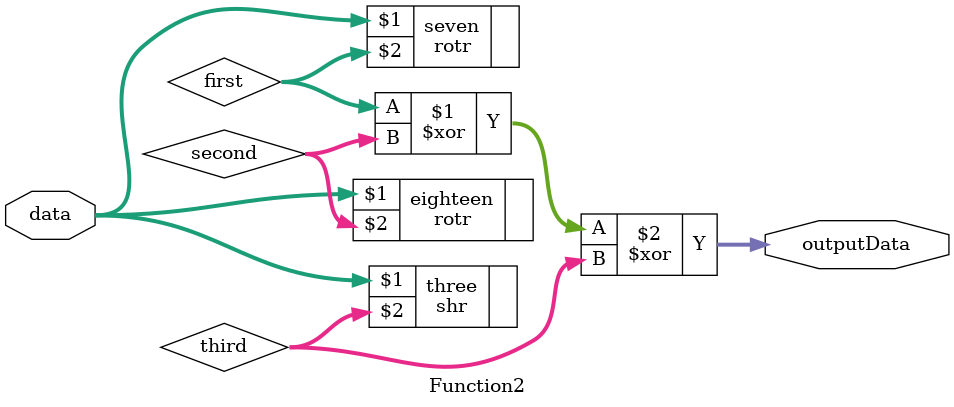
<source format=v>
`timescale 1ns / 1ps


module Function2(
    input [31:0] data,
    output [31:0] outputData
    );
    wire [31:0] first;
    wire [31:0] second;
    wire [31:0] third;
    rotr #(17) seven (data,first);
    rotr #(19) eighteen (data,second);
    shr #(10) three (data,third);
    assign outputData = (first^second^third);
endmodule

</source>
